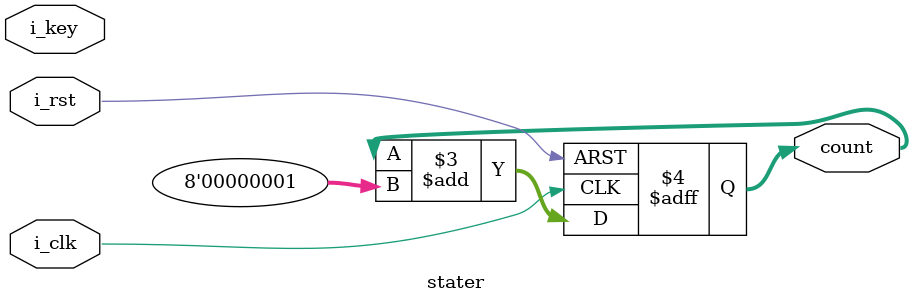
<source format=v>
module stater(
	input i_clk,
	input i_rst,
	input i_key,
	
	output reg [7:0] count
);


always @ (posedge i_clk or negedge i_rst)
	begin
		if(!i_rst)
			count <= 8'h00;
		else
			//if(i_key)
				begin
					count <= count + 8'h01;
				end
	end
	
endmodule

</source>
